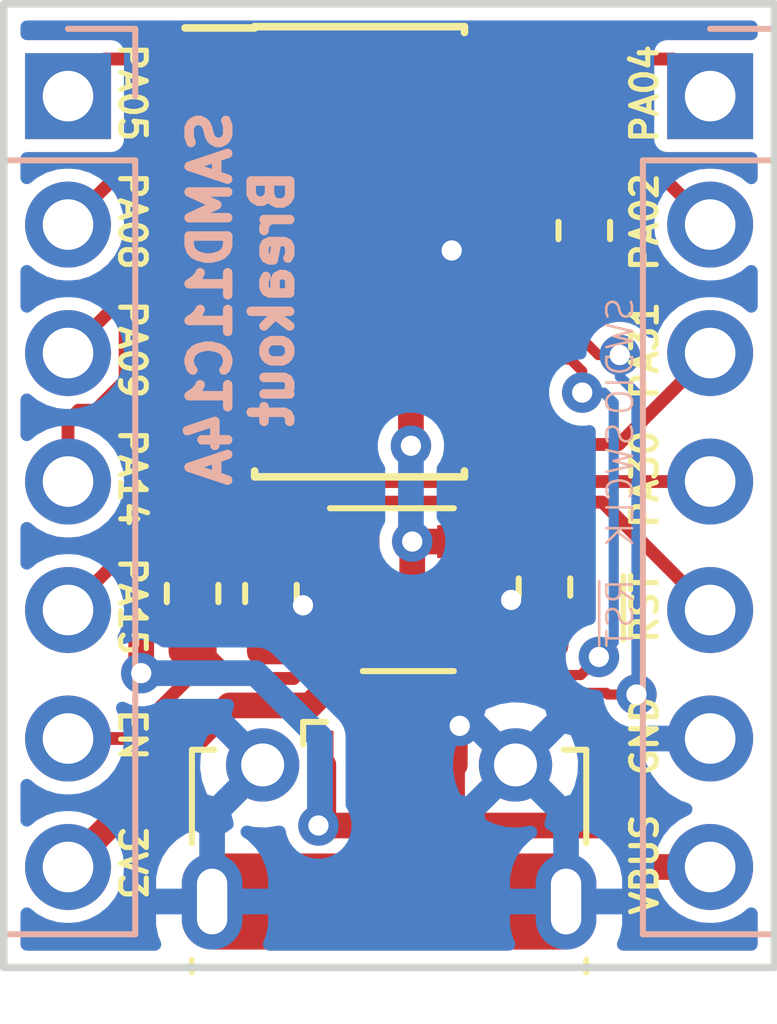
<source format=kicad_pcb>
(kicad_pcb (version 20171130) (host pcbnew 5.0.2+dfsg1-1)

  (general
    (thickness 1.6)
    (drawings 22)
    (tracks 136)
    (zones 0)
    (modules 9)
    (nets 16)
  )

  (page A4)
  (title_block
    (title "SAMD11C14A Breakout Simple")
    (date 2019-09-24)
    (rev A)
  )

  (layers
    (0 F.Cu signal)
    (31 B.Cu signal hide)
    (32 B.Adhes user hide)
    (33 F.Adhes user hide)
    (34 B.Paste user hide)
    (35 F.Paste user hide)
    (36 B.SilkS user)
    (37 F.SilkS user)
    (38 B.Mask user hide)
    (39 F.Mask user hide)
    (40 Dwgs.User user)
    (41 Cmts.User user)
    (42 Eco1.User user)
    (43 Eco2.User user)
    (44 Edge.Cuts user)
    (45 Margin user hide)
    (46 B.CrtYd user hide)
    (47 F.CrtYd user hide)
    (48 B.Fab user hide)
    (49 F.Fab user hide)
  )

  (setup
    (last_trace_width 0.254)
    (trace_clearance 0.1524)
    (zone_clearance 0.254)
    (zone_45_only no)
    (trace_min 0.1524)
    (segment_width 0.2)
    (edge_width 0.15)
    (via_size 0.8)
    (via_drill 0.4)
    (via_min_size 0.508)
    (via_min_drill 0.254)
    (uvia_size 0.3)
    (uvia_drill 0.1)
    (uvias_allowed no)
    (uvia_min_size 0.2)
    (uvia_min_drill 0.1)
    (pcb_text_width 0.3)
    (pcb_text_size 0.762 0.762)
    (mod_edge_width 0.15)
    (mod_text_size 1 1)
    (mod_text_width 0.15)
    (pad_size 1.524 1.524)
    (pad_drill 0.762)
    (pad_to_mask_clearance 0.0508)
    (solder_mask_min_width 0.1016)
    (aux_axis_origin 0 0)
    (grid_origin 121.92 57.705001)
    (visible_elements FFFFFF7F)
    (pcbplotparams
      (layerselection 0x010fc_ffffffff)
      (usegerberextensions false)
      (usegerberattributes false)
      (usegerberadvancedattributes false)
      (creategerberjobfile false)
      (excludeedgelayer true)
      (linewidth 0.100000)
      (plotframeref false)
      (viasonmask false)
      (mode 1)
      (useauxorigin false)
      (hpglpennumber 1)
      (hpglpenspeed 20)
      (hpglpendiameter 15.000000)
      (psnegative false)
      (psa4output false)
      (plotreference true)
      (plotvalue true)
      (plotinvisibletext false)
      (padsonsilk false)
      (subtractmaskfromsilk false)
      (outputformat 1)
      (mirror false)
      (drillshape 1)
      (scaleselection 1)
      (outputdirectory ""))
  )

  (net 0 "")
  (net 1 VBUS)
  (net 2 GND)
  (net 3 +3V3)
  (net 4 /PA09)
  (net 5 /PA08)
  (net 6 /PA31)
  (net 7 /PA30)
  (net 8 /PA02)
  (net 9 /PA04)
  (net 10 /PA05)
  (net 11 /PA14)
  (net 12 /PA15)
  (net 13 /EN)
  (net 14 /D-)
  (net 15 /D+)

  (net_class Default "This is the default net class."
    (clearance 0.1524)
    (trace_width 0.254)
    (via_dia 0.8)
    (via_drill 0.4)
    (uvia_dia 0.3)
    (uvia_drill 0.1)
    (add_net /D+)
    (add_net /D-)
    (add_net /EN)
    (add_net /PA02)
    (add_net /PA04)
    (add_net /PA05)
    (add_net /PA08)
    (add_net /PA09)
    (add_net /PA14)
    (add_net /PA15)
    (add_net /PA30)
    (add_net /PA31)
  )

  (net_class Power ""
    (clearance 0.1524)
    (trace_width 0.508)
    (via_dia 0.8)
    (via_drill 0.4)
    (uvia_dia 0.3)
    (uvia_drill 0.1)
    (add_net +3V3)
    (add_net GND)
    (add_net VBUS)
  )

  (module Connector_PinHeader_2.54mm:PinHeader_1x07_P2.54mm_Vertical (layer B.Cu) (tedit 5D7BD9DD) (tstamp 5D81B4B0)
    (at 121.92 57.705001 180)
    (descr "Through hole straight pin header, 1x07, 2.54mm pitch, single row")
    (tags "Through hole pin header THT 1x07 2.54mm single row")
    (path /5D755B55)
    (fp_text reference J1 (at 0 2.33 180) (layer B.SilkS) hide
      (effects (font (size 1 1) (thickness 0.15)) (justify mirror))
    )
    (fp_text value Conn_01x07_Male (at 0 -17.57 180) (layer B.Fab)
      (effects (font (size 1 1) (thickness 0.15)) (justify mirror))
    )
    (fp_text user %R (at 0 -7.62 90) (layer B.Fab)
      (effects (font (size 1 1) (thickness 0.15)) (justify mirror))
    )
    (fp_line (start 1.8 1.8) (end -1.8 1.8) (layer B.CrtYd) (width 0.05))
    (fp_line (start 1.8 -17.05) (end 1.8 1.8) (layer B.CrtYd) (width 0.05))
    (fp_line (start -1.8 -17.05) (end 1.8 -17.05) (layer B.CrtYd) (width 0.05))
    (fp_line (start -1.8 1.8) (end -1.8 -17.05) (layer B.CrtYd) (width 0.05))
    (fp_line (start -1.33 1.33) (end 0 1.33) (layer B.SilkS) (width 0.12))
    (fp_line (start -1.33 0) (end -1.33 1.33) (layer B.SilkS) (width 0.12))
    (fp_line (start -1.33 -1.27) (end 1.33 -1.27) (layer B.SilkS) (width 0.12))
    (fp_line (start 1.33 -1.27) (end 1.33 -16.57) (layer B.SilkS) (width 0.12))
    (fp_line (start -1.33 -1.27) (end -1.33 -16.57) (layer B.SilkS) (width 0.12))
    (fp_line (start -1.33 -16.57) (end 1.33 -16.57) (layer B.SilkS) (width 0.12))
    (fp_line (start -1.27 0.635) (end -0.635 1.27) (layer B.Fab) (width 0.1))
    (fp_line (start -1.27 -16.51) (end -1.27 0.635) (layer B.Fab) (width 0.1))
    (fp_line (start 1.27 -16.51) (end -1.27 -16.51) (layer B.Fab) (width 0.1))
    (fp_line (start 1.27 1.27) (end 1.27 -16.51) (layer B.Fab) (width 0.1))
    (fp_line (start -0.635 1.27) (end 1.27 1.27) (layer B.Fab) (width 0.1))
    (pad 7 thru_hole oval (at 0 -15.24 180) (size 1.7 1.7) (drill 1) (layers *.Cu *.Mask)
      (net 3 +3V3))
    (pad 6 thru_hole oval (at 0 -12.7 180) (size 1.7 1.7) (drill 1) (layers *.Cu *.Mask)
      (net 13 /EN))
    (pad 5 thru_hole oval (at 0 -10.16 180) (size 1.7 1.7) (drill 1) (layers *.Cu *.Mask)
      (net 12 /PA15))
    (pad 4 thru_hole oval (at 0 -7.62 180) (size 1.7 1.7) (drill 1) (layers *.Cu *.Mask)
      (net 11 /PA14))
    (pad 3 thru_hole oval (at 0 -5.08 180) (size 1.7 1.7) (drill 1) (layers *.Cu *.Mask)
      (net 4 /PA09))
    (pad 2 thru_hole oval (at 0 -2.54 180) (size 1.7 1.7) (drill 1) (layers *.Cu *.Mask)
      (net 5 /PA08))
    (pad 1 thru_hole rect (at 0 0 180) (size 1.7 1.7) (drill 1) (layers *.Cu *.Mask)
      (net 10 /PA05))
    (model ${KISYS3DMOD}/Connector_PinHeader_2.54mm.3dshapes/PinHeader_1x07_P2.54mm_Vertical.wrl
      (at (xyz 0 0 0))
      (scale (xyz 1 1 1))
      (rotate (xyz 0 0 0))
    )
  )

  (module Resistor_SMD:R_0603_1608Metric_Pad1.05x0.95mm_HandSolder (layer F.Cu) (tedit 5D852799) (tstamp 5D919327)
    (at 124.3838 67.5386 270)
    (descr "Resistor SMD 0603 (1608 Metric), square (rectangular) end terminal, IPC_7351 nominal with elongated pad for handsoldering. (Body size source: http://www.tortai-tech.com/upload/download/2011102023233369053.pdf), generated with kicad-footprint-generator")
    (tags "resistor handsolder")
    (path /5D7D759A)
    (attr smd)
    (fp_text reference R1 (at 0 -1.43 270) (layer F.SilkS) hide
      (effects (font (size 1 1) (thickness 0.15)))
    )
    (fp_text value 100k (at 0 1.43 270) (layer F.Fab)
      (effects (font (size 1 1) (thickness 0.15)))
    )
    (fp_line (start -0.8 0.4) (end -0.8 -0.4) (layer F.Fab) (width 0.1))
    (fp_line (start -0.8 -0.4) (end 0.8 -0.4) (layer F.Fab) (width 0.1))
    (fp_line (start 0.8 -0.4) (end 0.8 0.4) (layer F.Fab) (width 0.1))
    (fp_line (start 0.8 0.4) (end -0.8 0.4) (layer F.Fab) (width 0.1))
    (fp_line (start -0.171267 -0.51) (end 0.171267 -0.51) (layer F.SilkS) (width 0.12))
    (fp_line (start -0.171267 0.51) (end 0.171267 0.51) (layer F.SilkS) (width 0.12))
    (fp_line (start -1.65 0.73) (end -1.65 -0.73) (layer F.CrtYd) (width 0.05))
    (fp_line (start -1.65 -0.73) (end 1.65 -0.73) (layer F.CrtYd) (width 0.05))
    (fp_line (start 1.65 -0.73) (end 1.65 0.73) (layer F.CrtYd) (width 0.05))
    (fp_line (start 1.65 0.73) (end -1.65 0.73) (layer F.CrtYd) (width 0.05))
    (fp_text user %R (at 0 0 270) (layer F.Fab)
      (effects (font (size 0.4 0.4) (thickness 0.06)))
    )
    (pad 1 smd roundrect (at -0.875 0 270) (size 1.05 0.95) (layers F.Cu F.Paste F.Mask) (roundrect_rratio 0.25)
      (net 1 VBUS))
    (pad 2 smd roundrect (at 0.875 0 270) (size 1.05 0.95) (layers F.Cu F.Paste F.Mask) (roundrect_rratio 0.25)
      (net 13 /EN))
    (model ${KISYS3DMOD}/Resistor_SMD.3dshapes/R_0603_1608Metric.wrl
      (at (xyz 0 0 0))
      (scale (xyz 1 1 1))
      (rotate (xyz 0 0 0))
    )
  )

  (module Capacitor_SMD:C_0603_1608Metric_Pad1.05x0.95mm_HandSolder (layer F.Cu) (tedit 5D852813) (tstamp 5D919307)
    (at 132.1308 60.3618 270)
    (descr "Capacitor SMD 0603 (1608 Metric), square (rectangular) end terminal, IPC_7351 nominal with elongated pad for handsoldering. (Body size source: http://www.tortai-tech.com/upload/download/2011102023233369053.pdf), generated with kicad-footprint-generator")
    (tags "capacitor handsolder")
    (path /5D7550FB)
    (attr smd)
    (fp_text reference C2 (at 0 -1.43 270) (layer F.SilkS) hide
      (effects (font (size 1 1) (thickness 0.15)))
    )
    (fp_text value 10uF (at 0 1.43 270) (layer F.Fab)
      (effects (font (size 1 1) (thickness 0.15)))
    )
    (fp_text user %R (at 0 0 270) (layer F.Fab)
      (effects (font (size 0.4 0.4) (thickness 0.06)))
    )
    (fp_line (start 1.65 0.73) (end -1.65 0.73) (layer F.CrtYd) (width 0.05))
    (fp_line (start 1.65 -0.73) (end 1.65 0.73) (layer F.CrtYd) (width 0.05))
    (fp_line (start -1.65 -0.73) (end 1.65 -0.73) (layer F.CrtYd) (width 0.05))
    (fp_line (start -1.65 0.73) (end -1.65 -0.73) (layer F.CrtYd) (width 0.05))
    (fp_line (start -0.171267 0.51) (end 0.171267 0.51) (layer F.SilkS) (width 0.12))
    (fp_line (start -0.171267 -0.51) (end 0.171267 -0.51) (layer F.SilkS) (width 0.12))
    (fp_line (start 0.8 0.4) (end -0.8 0.4) (layer F.Fab) (width 0.1))
    (fp_line (start 0.8 -0.4) (end 0.8 0.4) (layer F.Fab) (width 0.1))
    (fp_line (start -0.8 -0.4) (end 0.8 -0.4) (layer F.Fab) (width 0.1))
    (fp_line (start -0.8 0.4) (end -0.8 -0.4) (layer F.Fab) (width 0.1))
    (pad 2 smd roundrect (at 0.875 0 270) (size 1.05 0.95) (layers F.Cu F.Paste F.Mask) (roundrect_rratio 0.25)
      (net 2 GND))
    (pad 1 smd roundrect (at -0.875 0 270) (size 1.05 0.95) (layers F.Cu F.Paste F.Mask) (roundrect_rratio 0.25)
      (net 3 +3V3))
    (model ${KISYS3DMOD}/Capacitor_SMD.3dshapes/C_0603_1608Metric.wrl
      (at (xyz 0 0 0))
      (scale (xyz 1 1 1))
      (rotate (xyz 0 0 0))
    )
  )

  (module Capacitor_SMD:C_0603_1608Metric_Pad1.05x0.95mm_HandSolder (layer F.Cu) (tedit 5D85278A) (tstamp 5D9192F7)
    (at 125.9332 67.5386 270)
    (descr "Capacitor SMD 0603 (1608 Metric), square (rectangular) end terminal, IPC_7351 nominal with elongated pad for handsoldering. (Body size source: http://www.tortai-tech.com/upload/download/2011102023233369053.pdf), generated with kicad-footprint-generator")
    (tags "capacitor handsolder")
    (path /5D754F91)
    (attr smd)
    (fp_text reference C1 (at 0 -1.43 270) (layer F.SilkS) hide
      (effects (font (size 1 1) (thickness 0.15)))
    )
    (fp_text value 10uF (at 0 1.43 270) (layer F.Fab)
      (effects (font (size 1 1) (thickness 0.15)))
    )
    (fp_line (start -0.8 0.4) (end -0.8 -0.4) (layer F.Fab) (width 0.1))
    (fp_line (start -0.8 -0.4) (end 0.8 -0.4) (layer F.Fab) (width 0.1))
    (fp_line (start 0.8 -0.4) (end 0.8 0.4) (layer F.Fab) (width 0.1))
    (fp_line (start 0.8 0.4) (end -0.8 0.4) (layer F.Fab) (width 0.1))
    (fp_line (start -0.171267 -0.51) (end 0.171267 -0.51) (layer F.SilkS) (width 0.12))
    (fp_line (start -0.171267 0.51) (end 0.171267 0.51) (layer F.SilkS) (width 0.12))
    (fp_line (start -1.65 0.73) (end -1.65 -0.73) (layer F.CrtYd) (width 0.05))
    (fp_line (start -1.65 -0.73) (end 1.65 -0.73) (layer F.CrtYd) (width 0.05))
    (fp_line (start 1.65 -0.73) (end 1.65 0.73) (layer F.CrtYd) (width 0.05))
    (fp_line (start 1.65 0.73) (end -1.65 0.73) (layer F.CrtYd) (width 0.05))
    (fp_text user %R (at 0 0 270) (layer F.Fab)
      (effects (font (size 0.4 0.4) (thickness 0.06)))
    )
    (pad 1 smd roundrect (at -0.875 0 270) (size 1.05 0.95) (layers F.Cu F.Paste F.Mask) (roundrect_rratio 0.25)
      (net 1 VBUS))
    (pad 2 smd roundrect (at 0.875 0 270) (size 1.05 0.95) (layers F.Cu F.Paste F.Mask) (roundrect_rratio 0.25)
      (net 2 GND))
    (model ${KISYS3DMOD}/Capacitor_SMD.3dshapes/C_0603_1608Metric.wrl
      (at (xyz 0 0 0))
      (scale (xyz 1 1 1))
      (rotate (xyz 0 0 0))
    )
  )

  (module Package_SO:SOIC-14_3.9x8.7mm_P1.27mm (layer F.Cu) (tedit 5D7D0405) (tstamp 5D8820A6)
    (at 127.6858 60.7822)
    (descr "14-Lead Plastic Small Outline (SL) - Narrow, 3.90 mm Body [SOIC] (see Microchip Packaging Specification 00000049BS.pdf)")
    (tags "SOIC 1.27")
    (path /5D754C38)
    (attr smd)
    (fp_text reference U2 (at -3.9878 -4.2926 90) (layer F.SilkS) hide
      (effects (font (size 0.508 0.508) (thickness 0.1016)))
    )
    (fp_text value ATSAMD11C14A-SS (at 0 5.375) (layer F.Fab)
      (effects (font (size 1 1) (thickness 0.15)))
    )
    (fp_text user %R (at 0 0) (layer F.Fab)
      (effects (font (size 0.9 0.9) (thickness 0.135)))
    )
    (fp_line (start -0.95 -4.35) (end 1.95 -4.35) (layer F.Fab) (width 0.15))
    (fp_line (start 1.95 -4.35) (end 1.95 4.35) (layer F.Fab) (width 0.15))
    (fp_line (start 1.95 4.35) (end -1.95 4.35) (layer F.Fab) (width 0.15))
    (fp_line (start -1.95 4.35) (end -1.95 -3.35) (layer F.Fab) (width 0.15))
    (fp_line (start -1.95 -3.35) (end -0.95 -4.35) (layer F.Fab) (width 0.15))
    (fp_line (start -3.7 -4.65) (end -3.7 4.65) (layer F.CrtYd) (width 0.05))
    (fp_line (start 3.7 -4.65) (end 3.7 4.65) (layer F.CrtYd) (width 0.05))
    (fp_line (start -3.7 -4.65) (end 3.7 -4.65) (layer F.CrtYd) (width 0.05))
    (fp_line (start -3.7 4.65) (end 3.7 4.65) (layer F.CrtYd) (width 0.05))
    (fp_line (start -2.075 -4.45) (end -2.075 -4.425) (layer F.SilkS) (width 0.15))
    (fp_line (start 2.075 -4.45) (end 2.075 -4.335) (layer F.SilkS) (width 0.15))
    (fp_line (start 2.075 4.45) (end 2.075 4.335) (layer F.SilkS) (width 0.15))
    (fp_line (start -2.075 4.45) (end -2.075 4.335) (layer F.SilkS) (width 0.15))
    (fp_line (start -2.075 -4.45) (end 2.075 -4.45) (layer F.SilkS) (width 0.15))
    (fp_line (start -2.075 4.45) (end 2.075 4.45) (layer F.SilkS) (width 0.15))
    (fp_line (start -2.075 -4.425) (end -3.45 -4.425) (layer F.SilkS) (width 0.15))
    (pad 1 smd rect (at -2.7 -3.81) (size 1.5 0.6) (layers F.Cu F.Paste F.Mask)
      (net 10 /PA05))
    (pad 2 smd rect (at -2.7 -2.54) (size 1.5 0.6) (layers F.Cu F.Paste F.Mask)
      (net 5 /PA08))
    (pad 3 smd rect (at -2.7 -1.27) (size 1.5 0.6) (layers F.Cu F.Paste F.Mask)
      (net 4 /PA09))
    (pad 4 smd rect (at -2.7 0) (size 1.5 0.6) (layers F.Cu F.Paste F.Mask)
      (net 11 /PA14))
    (pad 5 smd rect (at -2.7 1.27) (size 1.5 0.6) (layers F.Cu F.Paste F.Mask)
      (net 12 /PA15))
    (pad 6 smd rect (at -2.7 2.54) (size 1.5 0.6) (layers F.Cu F.Paste F.Mask))
    (pad 7 smd rect (at -2.7 3.81) (size 1.5 0.6) (layers F.Cu F.Paste F.Mask)
      (net 7 /PA30))
    (pad 8 smd rect (at 2.7 3.81) (size 1.5 0.6) (layers F.Cu F.Paste F.Mask)
      (net 6 /PA31))
    (pad 9 smd rect (at 2.7 2.54) (size 1.5 0.6) (layers F.Cu F.Paste F.Mask)
      (net 14 /D-))
    (pad 10 smd rect (at 2.7 1.27) (size 1.5 0.6) (layers F.Cu F.Paste F.Mask)
      (net 15 /D+))
    (pad 11 smd rect (at 2.7 0) (size 1.5 0.6) (layers F.Cu F.Paste F.Mask)
      (net 2 GND))
    (pad 12 smd rect (at 2.7 -1.27) (size 1.5 0.6) (layers F.Cu F.Paste F.Mask)
      (net 3 +3V3))
    (pad 13 smd rect (at 2.7 -2.54) (size 1.5 0.6) (layers F.Cu F.Paste F.Mask)
      (net 8 /PA02))
    (pad 14 smd rect (at 2.7 -3.81) (size 1.5 0.6) (layers F.Cu F.Paste F.Mask)
      (net 9 /PA04))
    (model ${KISYS3DMOD}/Package_SO.3dshapes/SOIC-14_3.9x8.7mm_P1.27mm.wrl
      (at (xyz 0 0 0))
      (scale (xyz 1 1 1))
      (rotate (xyz 0 0 0))
    )
  )

  (module Package_TO_SOT_SMD:SOT-23-5 (layer F.Cu) (tedit 5D7D040E) (tstamp 5D81B509)
    (at 128.651 67.4624)
    (descr "5-pin SOT23 package")
    (tags SOT-23-5)
    (path /5D754DB2)
    (attr smd)
    (fp_text reference U1 (at -2.2606 1.27 90) (layer F.SilkS) hide
      (effects (font (size 0.508 0.508) (thickness 0.1016)))
    )
    (fp_text value AP2127K-3.3 (at 0 2.9) (layer F.Fab)
      (effects (font (size 1 1) (thickness 0.15)))
    )
    (fp_line (start 0.9 -1.55) (end 0.9 1.55) (layer F.Fab) (width 0.1))
    (fp_line (start 0.9 1.55) (end -0.9 1.55) (layer F.Fab) (width 0.1))
    (fp_line (start -0.9 -0.9) (end -0.9 1.55) (layer F.Fab) (width 0.1))
    (fp_line (start 0.9 -1.55) (end -0.25 -1.55) (layer F.Fab) (width 0.1))
    (fp_line (start -0.9 -0.9) (end -0.25 -1.55) (layer F.Fab) (width 0.1))
    (fp_line (start -1.9 1.8) (end -1.9 -1.8) (layer F.CrtYd) (width 0.05))
    (fp_line (start 1.9 1.8) (end -1.9 1.8) (layer F.CrtYd) (width 0.05))
    (fp_line (start 1.9 -1.8) (end 1.9 1.8) (layer F.CrtYd) (width 0.05))
    (fp_line (start -1.9 -1.8) (end 1.9 -1.8) (layer F.CrtYd) (width 0.05))
    (fp_line (start 0.9 -1.61) (end -1.55 -1.61) (layer F.SilkS) (width 0.12))
    (fp_line (start -0.9 1.61) (end 0.9 1.61) (layer F.SilkS) (width 0.12))
    (fp_text user %R (at 0 0 90) (layer F.Fab)
      (effects (font (size 0.5 0.5) (thickness 0.075)))
    )
    (pad 5 smd rect (at 1.1 -0.95) (size 1.06 0.65) (layers F.Cu F.Paste F.Mask)
      (net 3 +3V3))
    (pad 4 smd rect (at 1.1 0.95) (size 1.06 0.65) (layers F.Cu F.Paste F.Mask))
    (pad 3 smd rect (at -1.1 0.95) (size 1.06 0.65) (layers F.Cu F.Paste F.Mask)
      (net 13 /EN))
    (pad 2 smd rect (at -1.1 0) (size 1.06 0.65) (layers F.Cu F.Paste F.Mask)
      (net 2 GND))
    (pad 1 smd rect (at -1.1 -0.95) (size 1.06 0.65) (layers F.Cu F.Paste F.Mask)
      (net 1 VBUS))
    (model ${KISYS3DMOD}/Package_TO_SOT_SMD.3dshapes/SOT-23-5.wrl
      (at (xyz 0 0 0))
      (scale (xyz 1 1 1))
      (rotate (xyz 0 0 0))
    )
  )

  (module Connector_USB:USB_Micro-B_Molex-105017-0001 (layer F.Cu) (tedit 5D7BD9F8) (tstamp 5D81B4F4)
    (at 128.27 72.39)
    (descr http://www.molex.com/pdm_docs/sd/1050170001_sd.pdf)
    (tags "Micro-USB SMD Typ-B")
    (path /5D754819)
    (attr smd)
    (fp_text reference J3 (at 0 -3.1125) (layer F.SilkS) hide
      (effects (font (size 1 1) (thickness 0.15)))
    )
    (fp_text value USB_B_Micro (at 0.3 4.3375) (layer F.Fab)
      (effects (font (size 1 1) (thickness 0.15)))
    )
    (fp_text user "PCB Edge" (at 0 2.6875) (layer Dwgs.User)
      (effects (font (size 0.5 0.5) (thickness 0.08)))
    )
    (fp_text user %R (at 0 0.8875) (layer F.Fab)
      (effects (font (size 1 1) (thickness 0.15)))
    )
    (fp_line (start -4.4 3.64) (end 4.4 3.64) (layer F.CrtYd) (width 0.05))
    (fp_line (start 4.4 -2.46) (end 4.4 3.64) (layer F.CrtYd) (width 0.05))
    (fp_line (start -4.4 -2.46) (end 4.4 -2.46) (layer F.CrtYd) (width 0.05))
    (fp_line (start -4.4 3.64) (end -4.4 -2.46) (layer F.CrtYd) (width 0.05))
    (fp_line (start -3.9 -1.7625) (end -3.45 -1.7625) (layer F.SilkS) (width 0.12))
    (fp_line (start -3.9 0.0875) (end -3.9 -1.7625) (layer F.SilkS) (width 0.12))
    (fp_line (start 3.9 2.6375) (end 3.9 2.3875) (layer F.SilkS) (width 0.12))
    (fp_line (start 3.75 3.3875) (end 3.75 -1.6125) (layer F.Fab) (width 0.1))
    (fp_line (start -3 2.689204) (end 3 2.689204) (layer F.Fab) (width 0.1))
    (fp_line (start -3.75 3.389204) (end 3.75 3.389204) (layer F.Fab) (width 0.1))
    (fp_line (start -3.75 -1.6125) (end 3.75 -1.6125) (layer F.Fab) (width 0.1))
    (fp_line (start -3.75 3.3875) (end -3.75 -1.6125) (layer F.Fab) (width 0.1))
    (fp_line (start -3.9 2.6375) (end -3.9 2.3875) (layer F.SilkS) (width 0.12))
    (fp_line (start 3.9 0.0875) (end 3.9 -1.7625) (layer F.SilkS) (width 0.12))
    (fp_line (start 3.9 -1.7625) (end 3.45 -1.7625) (layer F.SilkS) (width 0.12))
    (fp_line (start -1.7 -2.3125) (end -1.25 -2.3125) (layer F.SilkS) (width 0.12))
    (fp_line (start -1.7 -2.3125) (end -1.7 -1.8625) (layer F.SilkS) (width 0.12))
    (fp_line (start -1.3 -1.7125) (end -1.5 -1.9125) (layer F.Fab) (width 0.1))
    (fp_line (start -1.1 -1.9125) (end -1.3 -1.7125) (layer F.Fab) (width 0.1))
    (fp_line (start -1.5 -2.1225) (end -1.1 -2.1225) (layer F.Fab) (width 0.1))
    (fp_line (start -1.5 -2.1225) (end -1.5 -1.9125) (layer F.Fab) (width 0.1))
    (fp_line (start -1.1 -2.1225) (end -1.1 -1.9125) (layer F.Fab) (width 0.1))
    (pad 6 smd rect (at 1 1.2375) (size 1.5 1.9) (layers F.Cu F.Paste F.Mask)
      (net 2 GND))
    (pad 6 thru_hole circle (at -2.5 -1.4625) (size 1.45 1.45) (drill 0.85) (layers *.Cu *.Mask)
      (net 2 GND))
    (pad 2 smd rect (at -0.65 -1.4625) (size 0.4 1.35) (layers F.Cu F.Paste F.Mask)
      (net 14 /D-))
    (pad 1 smd rect (at -1.3 -1.4625) (size 0.4 1.35) (layers F.Cu F.Paste F.Mask)
      (net 1 VBUS))
    (pad 5 smd rect (at 1.3 -1.4625) (size 0.4 1.35) (layers F.Cu F.Paste F.Mask)
      (net 2 GND))
    (pad 4 smd rect (at 0.65 -1.4625) (size 0.4 1.35) (layers F.Cu F.Paste F.Mask))
    (pad 3 smd rect (at 0 -1.4625) (size 0.4 1.35) (layers F.Cu F.Paste F.Mask)
      (net 15 /D+))
    (pad 6 thru_hole circle (at 2.5 -1.4625) (size 1.45 1.45) (drill 0.85) (layers *.Cu *.Mask)
      (net 2 GND))
    (pad 6 smd rect (at -1 1.2375) (size 1.5 1.9) (layers F.Cu F.Paste F.Mask)
      (net 2 GND))
    (pad 6 thru_hole oval (at -3.5 1.2375 180) (size 1.2 1.9) (drill oval 0.6 1.3) (layers *.Cu *.Mask)
      (net 2 GND))
    (pad 6 thru_hole oval (at 3.5 1.2375) (size 1.2 1.9) (drill oval 0.6 1.3) (layers *.Cu *.Mask)
      (net 2 GND))
    (pad 6 smd rect (at 2.9 1.2375) (size 1.2 1.9) (layers F.Cu F.Mask)
      (net 2 GND))
    (pad 6 smd rect (at -2.9 1.2375) (size 1.2 1.9) (layers F.Cu F.Mask)
      (net 2 GND))
    (model ${KISYS3DMOD}/Connector_USB.3dshapes/USB_Micro-B_Molex-105017-0001.wrl
      (at (xyz 0 0 0))
      (scale (xyz 1 1 1))
      (rotate (xyz 0 0 0))
    )
    (model ${KISYS3DMOD}/Connector_USB.3dshapes/USB_Micro-B_Molex_47346-0001.step
      (at (xyz 0 0 0))
      (scale (xyz 1 1 1))
      (rotate (xyz 0 0 0))
    )
  )

  (module Connector_PinHeader_2.54mm:PinHeader_1x07_P2.54mm_Vertical (layer B.Cu) (tedit 5D7BD9E5) (tstamp 5D81B4CB)
    (at 134.62 57.705001 180)
    (descr "Through hole straight pin header, 1x07, 2.54mm pitch, single row")
    (tags "Through hole pin header THT 1x07 2.54mm single row")
    (path /5D755AFF)
    (fp_text reference J2 (at 0 2.33 180) (layer B.SilkS) hide
      (effects (font (size 1 1) (thickness 0.15)) (justify mirror))
    )
    (fp_text value Conn_01x07_Male (at 0 -17.57 180) (layer B.Fab)
      (effects (font (size 1 1) (thickness 0.15)) (justify mirror))
    )
    (fp_line (start -0.635 1.27) (end 1.27 1.27) (layer B.Fab) (width 0.1))
    (fp_line (start 1.27 1.27) (end 1.27 -16.51) (layer B.Fab) (width 0.1))
    (fp_line (start 1.27 -16.51) (end -1.27 -16.51) (layer B.Fab) (width 0.1))
    (fp_line (start -1.27 -16.51) (end -1.27 0.635) (layer B.Fab) (width 0.1))
    (fp_line (start -1.27 0.635) (end -0.635 1.27) (layer B.Fab) (width 0.1))
    (fp_line (start -1.33 -16.57) (end 1.33 -16.57) (layer B.SilkS) (width 0.12))
    (fp_line (start -1.33 -1.27) (end -1.33 -16.57) (layer B.SilkS) (width 0.12))
    (fp_line (start 1.33 -1.27) (end 1.33 -16.57) (layer B.SilkS) (width 0.12))
    (fp_line (start -1.33 -1.27) (end 1.33 -1.27) (layer B.SilkS) (width 0.12))
    (fp_line (start -1.33 0) (end -1.33 1.33) (layer B.SilkS) (width 0.12))
    (fp_line (start -1.33 1.33) (end 0 1.33) (layer B.SilkS) (width 0.12))
    (fp_line (start -1.8 1.8) (end -1.8 -17.05) (layer B.CrtYd) (width 0.05))
    (fp_line (start -1.8 -17.05) (end 1.8 -17.05) (layer B.CrtYd) (width 0.05))
    (fp_line (start 1.8 -17.05) (end 1.8 1.8) (layer B.CrtYd) (width 0.05))
    (fp_line (start 1.8 1.8) (end -1.8 1.8) (layer B.CrtYd) (width 0.05))
    (fp_text user %R (at 0 -7.62 90) (layer B.Fab)
      (effects (font (size 1 1) (thickness 0.15)) (justify mirror))
    )
    (pad 1 thru_hole rect (at 0 0 180) (size 1.7 1.7) (drill 1) (layers *.Cu *.Mask)
      (net 9 /PA04))
    (pad 2 thru_hole oval (at 0 -2.54 180) (size 1.7 1.7) (drill 1) (layers *.Cu *.Mask)
      (net 8 /PA02))
    (pad 3 thru_hole oval (at 0 -5.08 180) (size 1.7 1.7) (drill 1) (layers *.Cu *.Mask)
      (net 6 /PA31))
    (pad 4 thru_hole oval (at 0 -7.62 180) (size 1.7 1.7) (drill 1) (layers *.Cu *.Mask)
      (net 7 /PA30))
    (pad 5 thru_hole oval (at 0 -10.16 180) (size 1.7 1.7) (drill 1) (layers *.Cu *.Mask))
    (pad 6 thru_hole oval (at 0 -12.7 180) (size 1.7 1.7) (drill 1) (layers *.Cu *.Mask)
      (net 2 GND))
    (pad 7 thru_hole oval (at 0 -15.24 180) (size 1.7 1.7) (drill 1) (layers *.Cu *.Mask)
      (net 1 VBUS))
    (model ${KISYS3DMOD}/Connector_PinHeader_2.54mm.3dshapes/PinHeader_1x07_P2.54mm_Vertical.wrl
      (at (xyz 0 0 0))
      (scale (xyz 1 1 1))
      (rotate (xyz 0 0 0))
    )
  )

  (module Capacitor_SMD:C_0603_1608Metric_Pad1.05x0.95mm_HandSolder (layer F.Cu) (tedit 5D8527A2) (tstamp 5D919317)
    (at 131.3434 67.4116 270)
    (descr "Capacitor SMD 0603 (1608 Metric), square (rectangular) end terminal, IPC_7351 nominal with elongated pad for handsoldering. (Body size source: http://www.tortai-tech.com/upload/download/2011102023233369053.pdf), generated with kicad-footprint-generator")
    (tags "capacitor handsolder")
    (path /5D7636E0)
    (attr smd)
    (fp_text reference C3 (at 0 -1.43 270) (layer F.SilkS) hide
      (effects (font (size 1 1) (thickness 0.15)))
    )
    (fp_text value 100nF (at 0 1.43 270) (layer F.Fab)
      (effects (font (size 1 1) (thickness 0.15)))
    )
    (fp_line (start -0.8 0.4) (end -0.8 -0.4) (layer F.Fab) (width 0.1))
    (fp_line (start -0.8 -0.4) (end 0.8 -0.4) (layer F.Fab) (width 0.1))
    (fp_line (start 0.8 -0.4) (end 0.8 0.4) (layer F.Fab) (width 0.1))
    (fp_line (start 0.8 0.4) (end -0.8 0.4) (layer F.Fab) (width 0.1))
    (fp_line (start -0.171267 -0.51) (end 0.171267 -0.51) (layer F.SilkS) (width 0.12))
    (fp_line (start -0.171267 0.51) (end 0.171267 0.51) (layer F.SilkS) (width 0.12))
    (fp_line (start -1.65 0.73) (end -1.65 -0.73) (layer F.CrtYd) (width 0.05))
    (fp_line (start -1.65 -0.73) (end 1.65 -0.73) (layer F.CrtYd) (width 0.05))
    (fp_line (start 1.65 -0.73) (end 1.65 0.73) (layer F.CrtYd) (width 0.05))
    (fp_line (start 1.65 0.73) (end -1.65 0.73) (layer F.CrtYd) (width 0.05))
    (fp_text user %R (at 0 0 270) (layer F.Fab)
      (effects (font (size 0.4 0.4) (thickness 0.06)))
    )
    (pad 1 smd roundrect (at -0.875 0 270) (size 1.05 0.95) (layers F.Cu F.Paste F.Mask) (roundrect_rratio 0.25)
      (net 3 +3V3))
    (pad 2 smd roundrect (at 0.875 0 270) (size 1.05 0.95) (layers F.Cu F.Paste F.Mask) (roundrect_rratio 0.25)
      (net 2 GND))
    (model ${KISYS3DMOD}/Capacitor_SMD.3dshapes/C_0603_1608Metric.wrl
      (at (xyz 0 0 0))
      (scale (xyz 1 1 1))
      (rotate (xyz 0 0 0))
    )
  )

  (gr_text SWDIO (at 132.842 62.848501 90) (layer B.SilkS) (tstamp 5DA10EA5)
    (effects (font (size 0.508 0.508) (thickness 0.0508)) (justify mirror))
  )
  (gr_text SWCLK (at 132.842 65.388501 90) (layer B.SilkS) (tstamp 5DA10EA4)
    (effects (font (size 0.508 0.508) (thickness 0.0508)) (justify mirror))
  )
  (gr_text ~RST (at 132.842 67.928501 90) (layer B.SilkS)
    (effects (font (size 0.508 0.508) (thickness 0.0508)) (justify mirror))
  )
  (gr_text "SAMD11C14A\nBreakout" (at 125.349 61.705501 90) (layer B.SilkS)
    (effects (font (size 0.762 0.762) (thickness 0.18796)) (justify mirror))
  )
  (gr_line (start 120.65 74.93) (end 120.65 55.88) (layer Edge.Cuts) (width 0.15))
  (gr_line (start 135.89 74.93) (end 120.65 74.93) (layer Edge.Cuts) (width 0.15))
  (gr_text VBUS (at 133.3246 72.898 90) (layer F.SilkS) (tstamp 5D897079)
    (effects (font (size 0.508 0.508) (thickness 0.1016)))
  )
  (gr_line (start 120.65 55.88) (end 135.89 55.88) (layer Edge.Cuts) (width 0.15))
  (gr_line (start 135.89 55.88) (end 135.89 74.93) (layer Edge.Cuts) (width 0.15))
  (gr_text PA09 (at 123.19 62.7126 270) (layer F.SilkS) (tstamp 5D89705D)
    (effects (font (size 0.508 0.508) (thickness 0.1016)))
  )
  (gr_text PA08 (at 123.19 60.1726 270) (layer F.SilkS) (tstamp 5D89705C)
    (effects (font (size 0.508 0.508) (thickness 0.1016)))
  )
  (gr_text PA05 (at 123.19 57.6326 270) (layer F.SilkS)
    (effects (font (size 0.508 0.508) (thickness 0.1016)))
  )
  (gr_text PA14 (at 123.19 65.2526 270) (layer F.SilkS) (tstamp 5D89705E)
    (effects (font (size 0.508 0.508) (thickness 0.1016)))
  )
  (gr_text GND (at 133.3246 70.358 90) (layer F.SilkS) (tstamp 5D897078)
    (effects (font (size 0.508 0.508) (thickness 0.1016)))
  )
  (gr_text ~RST (at 133.3246 67.818 90) (layer F.SilkS) (tstamp 5D897077)
    (effects (font (size 0.508 0.508) (thickness 0.1016)))
  )
  (gr_text PA30 (at 133.3246 65.278 90) (layer F.SilkS) (tstamp 5D897076)
    (effects (font (size 0.508 0.508) (thickness 0.1016)))
  )
  (gr_text PA31 (at 133.3246 62.738 90) (layer F.SilkS) (tstamp 5D897075)
    (effects (font (size 0.508 0.508) (thickness 0.1016)))
  )
  (gr_text PA02 (at 133.3246 60.198 90) (layer F.SilkS) (tstamp 5D897074)
    (effects (font (size 0.508 0.508) (thickness 0.1016)))
  )
  (gr_text PA04 (at 133.3246 57.658 90) (layer F.SilkS) (tstamp 5D89706F)
    (effects (font (size 0.508 0.508) (thickness 0.1016)))
  )
  (gr_text 3V3 (at 123.19 72.8726 270) (layer F.SilkS) (tstamp 5D897061)
    (effects (font (size 0.508 0.508) (thickness 0.1016)))
  )
  (gr_text EN (at 123.19 70.3326 270) (layer F.SilkS) (tstamp 5D897060)
    (effects (font (size 0.508 0.508) (thickness 0.1016)))
  )
  (gr_text PA15 (at 123.19 67.7926 270) (layer F.SilkS) (tstamp 5D89705F)
    (effects (font (size 0.508 0.508) (thickness 0.1016)))
  )

  (segment (start 133.770001 67.015002) (end 134.62 67.865001) (width 0.254) (layer F.Cu) (net 0) (status 30))
  (segment (start 132.487189 65.73219) (end 133.770001 67.015002) (width 0.254) (layer F.Cu) (net 0) (status 20))
  (segment (start 124.572868 65.73219) (end 132.487189 65.73219) (width 0.254) (layer F.Cu) (net 0))
  (segment (start 123.956399 65.115721) (end 124.572868 65.73219) (width 0.254) (layer F.Cu) (net 0))
  (segment (start 123.956399 63.901601) (end 123.956399 65.115721) (width 0.254) (layer F.Cu) (net 0))
  (segment (start 124.5358 63.3222) (end 123.956399 63.901601) (width 0.254) (layer F.Cu) (net 0) (status 10))
  (segment (start 124.9858 63.3222) (end 124.5358 63.3222) (width 0.254) (layer F.Cu) (net 0) (status 30))
  (segment (start 126.0844 66.5124) (end 125.9332 66.6636) (width 0.508) (layer F.Cu) (net 1) (status 30))
  (segment (start 127.551 66.5124) (end 126.0844 66.5124) (width 0.508) (layer F.Cu) (net 1) (status 30))
  (segment (start 125.9332 66.6636) (end 124.3838 66.6636) (width 0.508) (layer F.Cu) (net 1) (status 30))
  (segment (start 123.3678 67.6796) (end 123.3678 69.1134) (width 0.508) (layer F.Cu) (net 1))
  (segment (start 124.3838 66.6636) (end 123.3678 67.6796) (width 0.508) (layer F.Cu) (net 1) (status 10))
  (via (at 123.3678 69.1134) (size 0.8) (drill 0.4) (layers F.Cu B.Cu) (net 1))
  (segment (start 126.901401 72.096697) (end 126.873 72.125098) (width 0.508) (layer B.Cu) (net 1))
  (segment (start 126.901401 70.384427) (end 126.901401 72.096697) (width 0.508) (layer B.Cu) (net 1))
  (segment (start 123.3678 69.1134) (end 125.630374 69.1134) (width 0.508) (layer B.Cu) (net 1))
  (via (at 126.873 72.125098) (size 0.8) (drill 0.4) (layers F.Cu B.Cu) (net 1))
  (segment (start 125.630374 69.1134) (end 126.901401 70.384427) (width 0.508) (layer B.Cu) (net 1))
  (segment (start 126.97 72.028098) (end 126.97 70.9275) (width 0.508) (layer F.Cu) (net 1) (status 20))
  (segment (start 126.873 72.125098) (end 126.97 72.028098) (width 0.508) (layer F.Cu) (net 1))
  (segment (start 132.598016 72.125098) (end 126.873 72.125098) (width 0.508) (layer F.Cu) (net 1))
  (segment (start 133.417919 72.945001) (end 132.598016 72.125098) (width 0.508) (layer F.Cu) (net 1))
  (segment (start 134.62 72.945001) (end 133.417919 72.945001) (width 0.508) (layer F.Cu) (net 1) (status 10))
  (via (at 129.50821 60.7568) (size 0.8) (drill 0.4) (layers F.Cu B.Cu) (net 2))
  (segment (start 130.3858 60.7822) (end 130.3604 60.7568) (width 0.508) (layer F.Cu) (net 2) (status 30))
  (segment (start 130.073895 60.7568) (end 129.50821 60.7568) (width 0.508) (layer F.Cu) (net 2) (status 10))
  (segment (start 130.3604 60.7568) (end 130.073895 60.7568) (width 0.508) (layer F.Cu) (net 2) (status 30))
  (segment (start 129.57 70.2518) (end 129.667 70.1548) (width 0.508) (layer F.Cu) (net 2))
  (via (at 129.667 70.1548) (size 0.8) (drill 0.4) (layers F.Cu B.Cu) (net 2))
  (segment (start 129.57 70.9275) (end 129.57 70.2518) (width 0.508) (layer F.Cu) (net 2) (status 10))
  (segment (start 130.8404 61.2368) (end 130.3858 60.7822) (width 0.508) (layer F.Cu) (net 2) (status 20))
  (segment (start 132.1308 61.2368) (end 130.8404 61.2368) (width 0.508) (layer F.Cu) (net 2) (status 10))
  (via (at 130.683 67.6656) (size 0.8) (drill 0.4) (layers F.Cu B.Cu) (net 2))
  (segment (start 131.3434 68.2866) (end 131.304 68.2866) (width 0.508) (layer F.Cu) (net 2) (status 30))
  (segment (start 131.304 68.2866) (end 130.683 67.6656) (width 0.508) (layer F.Cu) (net 2) (status 10))
  (via (at 126.567341 67.772215) (size 0.8) (drill 0.4) (layers F.Cu B.Cu) (net 2))
  (segment (start 125.9332 68.4136) (end 125.9332 68.406356) (width 0.508) (layer F.Cu) (net 2) (status 30))
  (segment (start 125.9332 68.406356) (end 126.567341 67.772215) (width 0.508) (layer F.Cu) (net 2) (status 10))
  (segment (start 126.877156 67.4624) (end 126.567341 67.772215) (width 0.508) (layer F.Cu) (net 2))
  (segment (start 127.551 67.4624) (end 126.877156 67.4624) (width 0.508) (layer F.Cu) (net 2) (status 10))
  (segment (start 125.37 73.6275) (end 127.27 73.6275) (width 0.508) (layer F.Cu) (net 2) (status 30))
  (segment (start 127.27 73.6275) (end 129.27 73.6275) (width 0.508) (layer F.Cu) (net 2) (status 30))
  (segment (start 129.27 73.6275) (end 131.17 73.6275) (width 0.508) (layer F.Cu) (net 2) (status 30))
  (segment (start 131.243 66.5124) (end 131.2672 66.5366) (width 0.508) (layer F.Cu) (net 3) (status 30))
  (segment (start 130.3858 59.5122) (end 129.1278 59.5122) (width 0.508) (layer F.Cu) (net 3) (status 10))
  (segment (start 129.1278 59.5122) (end 128.7018 59.9382) (width 0.508) (layer F.Cu) (net 3))
  (via (at 128.7018 64.6176) (size 0.8) (drill 0.4) (layers F.Cu B.Cu) (net 3))
  (segment (start 128.7018 59.9382) (end 128.7018 64.6176) (width 0.508) (layer F.Cu) (net 3))
  (segment (start 128.7018 66.48537) (end 128.727806 66.511376) (width 0.508) (layer B.Cu) (net 3))
  (segment (start 128.7018 64.6176) (end 128.7018 66.48537) (width 0.508) (layer B.Cu) (net 3))
  (via (at 128.727806 66.511376) (size 0.8) (drill 0.4) (layers F.Cu B.Cu) (net 3))
  (segment (start 129.293491 66.511376) (end 128.727806 66.511376) (width 0.508) (layer F.Cu) (net 3) (status 10))
  (segment (start 129.749976 66.511376) (end 129.293491 66.511376) (width 0.508) (layer F.Cu) (net 3) (status 30))
  (segment (start 129.751 66.5124) (end 129.749976 66.511376) (width 0.508) (layer F.Cu) (net 3) (status 30))
  (segment (start 130.4112 59.4868) (end 130.3858 59.5122) (width 0.508) (layer F.Cu) (net 3) (status 30))
  (segment (start 132.1308 59.4868) (end 130.4112 59.4868) (width 0.508) (layer F.Cu) (net 3) (status 30))
  (segment (start 129.7752 66.5366) (end 129.751 66.5124) (width 0.508) (layer F.Cu) (net 3) (status 30))
  (segment (start 131.3434 66.5366) (end 129.7752 66.5366) (width 0.508) (layer F.Cu) (net 3) (status 30))
  (segment (start 127.31498 69.143801) (end 128.15982 69.143801) (width 0.508) (layer F.Cu) (net 3))
  (segment (start 128.408645 69.141277) (end 128.727806 68.822116) (width 0.508) (layer F.Cu) (net 3))
  (segment (start 128.15982 69.143801) (end 128.162344 69.141277) (width 0.508) (layer F.Cu) (net 3))
  (segment (start 128.162344 69.141277) (end 128.408645 69.141277) (width 0.508) (layer F.Cu) (net 3))
  (segment (start 128.727806 68.822116) (end 128.727806 66.511376) (width 0.508) (layer F.Cu) (net 3))
  (segment (start 126.70736 69.751421) (end 127.31498 69.143801) (width 0.508) (layer F.Cu) (net 3))
  (segment (start 125.11358 69.751421) (end 126.70736 69.751421) (width 0.508) (layer F.Cu) (net 3))
  (segment (start 121.92 72.945001) (end 125.11358 69.751421) (width 0.508) (layer F.Cu) (net 3) (status 10))
  (segment (start 122.769999 61.935002) (end 121.92 62.785001) (width 0.254) (layer F.Cu) (net 4) (status 30))
  (segment (start 122.769999 61.278001) (end 122.769999 61.935002) (width 0.254) (layer F.Cu) (net 4) (status 20))
  (segment (start 124.5358 59.5122) (end 122.769999 61.278001) (width 0.254) (layer F.Cu) (net 4) (status 10))
  (segment (start 124.9858 59.5122) (end 124.5358 59.5122) (width 0.254) (layer F.Cu) (net 4) (status 30))
  (segment (start 123.922801 58.2422) (end 121.92 60.245001) (width 0.254) (layer F.Cu) (net 5) (status 20))
  (segment (start 124.9858 58.2422) (end 123.922801 58.2422) (width 0.254) (layer F.Cu) (net 5) (status 10))
  (segment (start 132.812801 64.5922) (end 134.62 62.785001) (width 0.254) (layer F.Cu) (net 6) (status 20))
  (segment (start 130.3858 64.5922) (end 132.812801 64.5922) (width 0.254) (layer F.Cu) (net 6) (status 10))
  (segment (start 126.722601 65.325001) (end 134.62 65.325001) (width 0.254) (layer F.Cu) (net 7) (status 20))
  (segment (start 125.9898 64.5922) (end 126.722601 65.325001) (width 0.254) (layer F.Cu) (net 7))
  (segment (start 124.9858 64.5922) (end 125.9898 64.5922) (width 0.254) (layer F.Cu) (net 7) (status 10))
  (segment (start 132.617199 58.2422) (end 134.62 60.245001) (width 0.254) (layer F.Cu) (net 8) (status 20))
  (segment (start 130.3858 58.2422) (end 132.617199 58.2422) (width 0.254) (layer F.Cu) (net 8) (status 10))
  (segment (start 133.887199 56.9722) (end 134.62 57.705001) (width 0.254) (layer F.Cu) (net 9) (status 30))
  (segment (start 130.3858 56.9722) (end 133.887199 56.9722) (width 0.254) (layer F.Cu) (net 9) (status 30))
  (segment (start 122.652801 56.9722) (end 121.92 57.705001) (width 0.254) (layer F.Cu) (net 10) (status 30))
  (segment (start 124.9858 56.9722) (end 122.652801 56.9722) (width 0.254) (layer F.Cu) (net 10) (status 30))
  (segment (start 121.92 64.12292) (end 121.92 65.325001) (width 0.254) (layer F.Cu) (net 11) (status 20))
  (segment (start 122.462113 63.914402) (end 122.128518 63.914402) (width 0.254) (layer F.Cu) (net 11))
  (segment (start 122.128518 63.914402) (end 121.92 64.12292) (width 0.254) (layer F.Cu) (net 11))
  (segment (start 124.9858 60.7822) (end 124.5358 60.7822) (width 0.254) (layer F.Cu) (net 11) (status 30))
  (segment (start 123.049401 63.327114) (end 122.462113 63.914402) (width 0.254) (layer F.Cu) (net 11))
  (segment (start 123.049401 62.268599) (end 123.049401 63.327114) (width 0.254) (layer F.Cu) (net 11))
  (segment (start 124.5358 60.7822) (end 123.049401 62.268599) (width 0.254) (layer F.Cu) (net 11) (status 10))
  (segment (start 124.5358 62.0522) (end 123.455812 63.132188) (width 0.254) (layer F.Cu) (net 12) (status 10))
  (segment (start 124.9858 62.0522) (end 124.5358 62.0522) (width 0.254) (layer F.Cu) (net 12) (status 30))
  (segment (start 122.769999 67.015002) (end 121.92 67.865001) (width 0.254) (layer F.Cu) (net 12) (status 30))
  (segment (start 123.455812 66.329189) (end 122.769999 67.015002) (width 0.254) (layer F.Cu) (net 12) (status 20))
  (segment (start 123.455812 63.132188) (end 123.455812 66.329189) (width 0.254) (layer F.Cu) (net 12))
  (segment (start 127.551 68.4124) (end 127.190424 68.4124) (width 0.254) (layer F.Cu) (net 13) (status 30))
  (segment (start 125.18821 69.21801) (end 124.3838 68.4136) (width 0.254) (layer F.Cu) (net 13) (status 20))
  (segment (start 126.384814 69.21801) (end 125.18821 69.21801) (width 0.254) (layer F.Cu) (net 13))
  (segment (start 127.190424 68.4124) (end 126.384814 69.21801) (width 0.254) (layer F.Cu) (net 13) (status 10))
  (segment (start 124.3838 69.143282) (end 123.122081 70.405001) (width 0.254) (layer F.Cu) (net 13))
  (segment (start 123.122081 70.405001) (end 121.92 70.405001) (width 0.254) (layer F.Cu) (net 13) (status 20))
  (segment (start 124.3838 68.4136) (end 124.3838 69.143282) (width 0.254) (layer F.Cu) (net 13) (status 10))
  (via (at 132.419968 68.792968) (size 0.8) (drill 0.4) (layers F.Cu B.Cu) (net 14))
  (via (at 132.089768 63.566432) (size 0.8) (drill 0.4) (layers F.Cu B.Cu) (net 14))
  (segment (start 132.419968 68.792968) (end 132.712432 68.500504) (width 0.2) (layer B.Cu) (net 14))
  (segment (start 132.514033 63.566432) (end 132.089768 63.566432) (width 0.2) (layer B.Cu) (net 14))
  (segment (start 132.712432 68.500504) (end 132.712432 63.764831) (width 0.2) (layer B.Cu) (net 14))
  (segment (start 132.712432 63.764831) (end 132.514033 63.566432) (width 0.2) (layer B.Cu) (net 14))
  (segment (start 132.089768 63.142167) (end 131.859801 62.9122) (width 0.2) (layer F.Cu) (net 14))
  (segment (start 131.859801 62.9122) (end 131.2458 62.9122) (width 0.2) (layer F.Cu) (net 14))
  (segment (start 132.089768 63.566432) (end 132.089768 63.142167) (width 0.2) (layer F.Cu) (net 14))
  (segment (start 130.8358 63.3222) (end 130.3858 63.3222) (width 0.2) (layer F.Cu) (net 14) (status 30))
  (segment (start 131.2458 62.9122) (end 130.8358 63.3222) (width 0.2) (layer F.Cu) (net 14) (status 20))
  (segment (start 128.618407 69.647688) (end 128.22049 69.647688) (width 0.2) (layer F.Cu) (net 14))
  (segment (start 129.116108 69.149987) (end 128.618407 69.647688) (width 0.2) (layer F.Cu) (net 14))
  (segment (start 132.062949 69.149987) (end 129.116108 69.149987) (width 0.2) (layer F.Cu) (net 14))
  (segment (start 128.22049 69.647688) (end 127.62 70.248178) (width 0.2) (layer F.Cu) (net 14))
  (segment (start 127.62 70.248178) (end 127.62 70.9275) (width 0.2) (layer F.Cu) (net 14) (status 20))
  (segment (start 132.419968 68.792968) (end 132.062949 69.149987) (width 0.2) (layer F.Cu) (net 14))
  (via (at 133.162432 69.535432) (size 0.8) (drill 0.4) (layers F.Cu B.Cu) (net 15))
  (segment (start 133.162432 69.535432) (end 133.162432 63.578433) (width 0.2) (layer B.Cu) (net 15))
  (via (at 132.832232 62.823968) (size 0.8) (drill 0.4) (layers F.Cu B.Cu) (net 15))
  (segment (start 133.162432 63.578433) (end 132.832232 63.248233) (width 0.2) (layer B.Cu) (net 15))
  (segment (start 132.832232 63.248233) (end 132.832232 62.823968) (width 0.2) (layer B.Cu) (net 15))
  (segment (start 130.8358 62.0522) (end 130.3858 62.0522) (width 0.2) (layer F.Cu) (net 15) (status 30))
  (segment (start 132.046199 62.4622) (end 131.2458 62.4622) (width 0.2) (layer F.Cu) (net 15))
  (segment (start 131.2458 62.4622) (end 130.8358 62.0522) (width 0.2) (layer F.Cu) (net 15) (status 20))
  (segment (start 132.407967 62.823968) (end 132.046199 62.4622) (width 0.2) (layer F.Cu) (net 15))
  (segment (start 132.832232 62.823968) (end 132.407967 62.823968) (width 0.2) (layer F.Cu) (net 15))
  (segment (start 128.27 70.248178) (end 128.27 70.9275) (width 0.2) (layer F.Cu) (net 15) (status 20))
  (segment (start 132.596747 69.535432) (end 132.563713 69.502398) (width 0.2) (layer F.Cu) (net 15))
  (segment (start 133.162432 69.535432) (end 132.596747 69.535432) (width 0.2) (layer F.Cu) (net 15))
  (segment (start 132.563713 69.502398) (end 129.353846 69.502398) (width 0.2) (layer F.Cu) (net 15))
  (segment (start 128.856145 70.000099) (end 128.518079 70.000099) (width 0.2) (layer F.Cu) (net 15))
  (segment (start 129.353846 69.502398) (end 128.856145 70.000099) (width 0.2) (layer F.Cu) (net 15))
  (segment (start 128.518079 70.000099) (end 128.27 70.248178) (width 0.2) (layer F.Cu) (net 15))

  (zone (net 2) (net_name GND) (layer B.Cu) (tstamp 0) (hatch edge 0.508)
    (connect_pads (clearance 0.254))
    (min_thickness 0.254)
    (fill yes (arc_segments 32) (thermal_gap 0.508) (thermal_bridge_width 0.508))
    (polygon
      (pts
        (xy 135.89 74.93) (xy 120.65 74.93) (xy 120.65 55.88) (xy 135.89 55.88)
      )
    )
    (filled_polygon
      (pts
        (xy 135.434 56.472158) (xy 133.77 56.472158) (xy 133.695311 56.479514) (xy 133.623492 56.5013) (xy 133.557304 56.536679)
        (xy 133.499289 56.58429) (xy 133.451678 56.642305) (xy 133.416299 56.708493) (xy 133.394513 56.780312) (xy 133.387157 56.855001)
        (xy 133.387157 58.555001) (xy 133.394513 58.62969) (xy 133.416299 58.701509) (xy 133.451678 58.767697) (xy 133.499289 58.825712)
        (xy 133.557304 58.873323) (xy 133.623492 58.908702) (xy 133.695311 58.930488) (xy 133.77 58.937844) (xy 135.434 58.937844)
        (xy 135.434 59.320559) (xy 135.307216 59.21651) (xy 135.093363 59.102203) (xy 134.861318 59.031813) (xy 134.680472 59.014001)
        (xy 134.559528 59.014001) (xy 134.378682 59.031813) (xy 134.146637 59.102203) (xy 133.932784 59.21651) (xy 133.74534 59.370341)
        (xy 133.591509 59.557785) (xy 133.477202 59.771638) (xy 133.406812 60.003683) (xy 133.383044 60.245001) (xy 133.406812 60.486319)
        (xy 133.477202 60.718364) (xy 133.591509 60.932217) (xy 133.74534 61.119661) (xy 133.932784 61.273492) (xy 134.146637 61.387799)
        (xy 134.378682 61.458189) (xy 134.559528 61.476001) (xy 134.680472 61.476001) (xy 134.861318 61.458189) (xy 135.093363 61.387799)
        (xy 135.307216 61.273492) (xy 135.434 61.169443) (xy 135.434 61.860559) (xy 135.307216 61.75651) (xy 135.093363 61.642203)
        (xy 134.861318 61.571813) (xy 134.680472 61.554001) (xy 134.559528 61.554001) (xy 134.378682 61.571813) (xy 134.146637 61.642203)
        (xy 133.932784 61.75651) (xy 133.74534 61.910341) (xy 133.591509 62.097785) (xy 133.477202 62.311638) (xy 133.462215 62.361042)
        (xy 133.438874 62.326109) (xy 133.330091 62.217326) (xy 133.202174 62.131855) (xy 133.060041 62.072981) (xy 132.909154 62.042968)
        (xy 132.75531 62.042968) (xy 132.604423 62.072981) (xy 132.46229 62.131855) (xy 132.334373 62.217326) (xy 132.22559 62.326109)
        (xy 132.140119 62.454026) (xy 132.081245 62.596159) (xy 132.051232 62.747046) (xy 132.051232 62.785432) (xy 132.012846 62.785432)
        (xy 131.861959 62.815445) (xy 131.719826 62.874319) (xy 131.591909 62.95979) (xy 131.483126 63.068573) (xy 131.397655 63.19649)
        (xy 131.338781 63.338623) (xy 131.308768 63.48951) (xy 131.308768 63.643354) (xy 131.338781 63.794241) (xy 131.397655 63.936374)
        (xy 131.483126 64.064291) (xy 131.591909 64.173074) (xy 131.719826 64.258545) (xy 131.861959 64.317419) (xy 132.012846 64.347432)
        (xy 132.16669 64.347432) (xy 132.231433 64.334554) (xy 132.231432 68.034169) (xy 132.192159 68.041981) (xy 132.050026 68.100855)
        (xy 131.922109 68.186326) (xy 131.813326 68.295109) (xy 131.727855 68.423026) (xy 131.668981 68.565159) (xy 131.638968 68.716046)
        (xy 131.638968 68.86989) (xy 131.668981 69.020777) (xy 131.727855 69.16291) (xy 131.813326 69.290827) (xy 131.922109 69.39961)
        (xy 132.050026 69.485081) (xy 132.192159 69.543955) (xy 132.343046 69.573968) (xy 132.381432 69.573968) (xy 132.381432 69.612354)
        (xy 132.411445 69.763241) (xy 132.470319 69.905374) (xy 132.55579 70.033291) (xy 132.664573 70.142074) (xy 132.79249 70.227545)
        (xy 132.934623 70.286419) (xy 133.08551 70.316432) (xy 133.239354 70.316432) (xy 133.390241 70.286419) (xy 133.410564 70.278001)
        (xy 134.493 70.278001) (xy 134.493 70.258001) (xy 134.747 70.258001) (xy 134.747 70.278001) (xy 134.767 70.278001)
        (xy 134.767 70.532001) (xy 134.747 70.532001) (xy 134.747 70.552001) (xy 134.493 70.552001) (xy 134.493 70.532001)
        (xy 133.299845 70.532001) (xy 133.178524 70.761891) (xy 133.223175 70.9091) (xy 133.348359 71.171921) (xy 133.522412 71.40527)
        (xy 133.738645 71.600179) (xy 133.988748 71.749158) (xy 134.143305 71.803984) (xy 133.932784 71.91651) (xy 133.74534 72.070341)
        (xy 133.591509 72.257785) (xy 133.477202 72.471638) (xy 133.406812 72.703683) (xy 133.383044 72.945001) (xy 133.406812 73.186319)
        (xy 133.477202 73.418364) (xy 133.591509 73.632217) (xy 133.74534 73.819661) (xy 133.932784 73.973492) (xy 134.146637 74.087799)
        (xy 134.378682 74.158189) (xy 134.559528 74.176001) (xy 134.680472 74.176001) (xy 134.861318 74.158189) (xy 135.093363 74.087799)
        (xy 135.307216 73.973492) (xy 135.434001 73.869442) (xy 135.434001 74.474) (xy 132.901568 74.474) (xy 132.956493 74.342996)
        (xy 133.005 74.1045) (xy 133.005 73.7545) (xy 131.897 73.7545) (xy 131.897 73.7745) (xy 131.643 73.7745)
        (xy 131.643 73.7545) (xy 130.535 73.7545) (xy 130.535 74.1045) (xy 130.583507 74.342996) (xy 130.638432 74.474)
        (xy 125.901568 74.474) (xy 125.956493 74.342996) (xy 126.005 74.1045) (xy 126.005 73.7545) (xy 124.897 73.7545)
        (xy 124.897 73.7745) (xy 124.643 73.7745) (xy 124.643 73.7545) (xy 123.535 73.7545) (xy 123.535 74.1045)
        (xy 123.583507 74.342996) (xy 123.638432 74.474) (xy 121.106 74.474) (xy 121.106 73.869443) (xy 121.232784 73.973492)
        (xy 121.446637 74.087799) (xy 121.678682 74.158189) (xy 121.859528 74.176001) (xy 121.980472 74.176001) (xy 122.161318 74.158189)
        (xy 122.393363 74.087799) (xy 122.607216 73.973492) (xy 122.79466 73.819661) (xy 122.948491 73.632217) (xy 123.062798 73.418364)
        (xy 123.133188 73.186319) (xy 123.136715 73.1505) (xy 123.535 73.1505) (xy 123.535 73.5005) (xy 124.643 73.5005)
        (xy 124.643 72.208769) (xy 124.452391 72.084038) (xy 124.414718 72.087909) (xy 124.189467 72.180079) (xy 123.986526 72.314422)
        (xy 123.813693 72.485775) (xy 123.67761 72.687554) (xy 123.583507 72.912004) (xy 123.535 73.1505) (xy 123.136715 73.1505)
        (xy 123.156956 72.945001) (xy 123.133188 72.703683) (xy 123.062798 72.471638) (xy 122.948491 72.257785) (xy 122.79466 72.070341)
        (xy 122.607216 71.91651) (xy 122.393363 71.802203) (xy 122.161318 71.731813) (xy 121.980472 71.714001) (xy 121.859528 71.714001)
        (xy 121.678682 71.731813) (xy 121.446637 71.802203) (xy 121.232784 71.91651) (xy 121.106 72.020559) (xy 121.106 71.329443)
        (xy 121.232784 71.433492) (xy 121.446637 71.547799) (xy 121.678682 71.618189) (xy 121.859528 71.636001) (xy 121.980472 71.636001)
        (xy 122.161318 71.618189) (xy 122.393363 71.547799) (xy 122.607216 71.433492) (xy 122.79466 71.279661) (xy 122.948491 71.092217)
        (xy 122.997257 71.000982) (xy 124.405396 71.000982) (xy 124.445952 71.265791) (xy 124.537391 71.5176) (xy 124.59455 71.624535)
        (xy 124.830867 71.687028) (xy 125.590395 70.9275) (xy 124.830867 70.167972) (xy 124.59455 70.230465) (xy 124.48115 70.473178)
        (xy 124.417281 70.733349) (xy 124.405396 71.000982) (xy 122.997257 71.000982) (xy 123.062798 70.878364) (xy 123.133188 70.646319)
        (xy 123.156956 70.405001) (xy 123.133188 70.163683) (xy 123.062798 69.931638) (xy 122.994007 69.80294) (xy 122.997858 69.805513)
        (xy 123.139991 69.864387) (xy 123.290878 69.8944) (xy 123.444722 69.8944) (xy 123.595609 69.864387) (xy 123.737742 69.805513)
        (xy 123.823218 69.7484) (xy 125.079794 69.7484) (xy 125.072965 69.75205) (xy 125.010472 69.988367) (xy 125.77 70.747895)
        (xy 125.784143 70.733753) (xy 125.963748 70.913358) (xy 125.949605 70.9275) (xy 125.963748 70.941643) (xy 125.784143 71.121248)
        (xy 125.77 71.107105) (xy 125.010472 71.866633) (xy 125.070862 72.094997) (xy 124.897 72.208769) (xy 124.897 73.5005)
        (xy 126.005 73.5005) (xy 126.005 73.1505) (xy 125.956493 72.912004) (xy 125.86239 72.687554) (xy 125.726307 72.485775)
        (xy 125.553474 72.314422) (xy 125.458164 72.251329) (xy 125.575849 72.280219) (xy 125.843482 72.292104) (xy 126.102042 72.252505)
        (xy 126.122013 72.352907) (xy 126.180887 72.49504) (xy 126.266358 72.622957) (xy 126.375141 72.73174) (xy 126.503058 72.817211)
        (xy 126.645191 72.876085) (xy 126.796078 72.906098) (xy 126.949922 72.906098) (xy 127.100809 72.876085) (xy 127.242942 72.817211)
        (xy 127.370859 72.73174) (xy 127.479642 72.622957) (xy 127.565113 72.49504) (xy 127.623987 72.352907) (xy 127.654 72.20202)
        (xy 127.654 72.048176) (xy 127.623987 71.897289) (xy 127.611289 71.866633) (xy 130.010472 71.866633) (xy 130.072965 72.10295)
        (xy 130.315678 72.21635) (xy 130.575849 72.280219) (xy 130.843482 72.292104) (xy 131.073442 72.256885) (xy 130.986526 72.314422)
        (xy 130.813693 72.485775) (xy 130.67761 72.687554) (xy 130.583507 72.912004) (xy 130.535 73.1505) (xy 130.535 73.5005)
        (xy 131.643 73.5005) (xy 131.643 72.208769) (xy 131.897 72.208769) (xy 131.897 73.5005) (xy 133.005 73.5005)
        (xy 133.005 73.1505) (xy 132.956493 72.912004) (xy 132.86239 72.687554) (xy 132.726307 72.485775) (xy 132.553474 72.314422)
        (xy 132.350533 72.180079) (xy 132.125282 72.087909) (xy 132.087609 72.084038) (xy 131.897 72.208769) (xy 131.643 72.208769)
        (xy 131.469138 72.094997) (xy 131.529528 71.866633) (xy 130.77 71.107105) (xy 130.010472 71.866633) (xy 127.611289 71.866633)
        (xy 127.565113 71.755156) (xy 127.536401 71.712185) (xy 127.536401 71.000982) (xy 129.405396 71.000982) (xy 129.445952 71.265791)
        (xy 129.537391 71.5176) (xy 129.59455 71.624535) (xy 129.830867 71.687028) (xy 130.590395 70.9275) (xy 130.949605 70.9275)
        (xy 131.709133 71.687028) (xy 131.94545 71.624535) (xy 132.05885 71.381822) (xy 132.122719 71.121651) (xy 132.134604 70.854018)
        (xy 132.094048 70.589209) (xy 132.002609 70.3374) (xy 131.94545 70.230465) (xy 131.709133 70.167972) (xy 130.949605 70.9275)
        (xy 130.590395 70.9275) (xy 129.830867 70.167972) (xy 129.59455 70.230465) (xy 129.48115 70.473178) (xy 129.417281 70.733349)
        (xy 129.405396 71.000982) (xy 127.536401 71.000982) (xy 127.536401 70.415616) (xy 127.539473 70.384427) (xy 127.52982 70.286419)
        (xy 127.527213 70.259945) (xy 127.490903 70.140247) (xy 127.431939 70.029933) (xy 127.397827 69.988367) (xy 130.010472 69.988367)
        (xy 130.77 70.747895) (xy 131.529528 69.988367) (xy 131.467035 69.75205) (xy 131.224322 69.63865) (xy 130.964151 69.574781)
        (xy 130.696518 69.562896) (xy 130.431709 69.603452) (xy 130.1799 69.694891) (xy 130.072965 69.75205) (xy 130.010472 69.988367)
        (xy 127.397827 69.988367) (xy 127.37247 69.95747) (xy 127.372466 69.957466) (xy 127.352586 69.933242) (xy 127.328362 69.913363)
        (xy 126.101448 68.68645) (xy 126.081559 68.662215) (xy 125.984868 68.582863) (xy 125.874554 68.523898) (xy 125.754856 68.487588)
        (xy 125.661566 68.4784) (xy 125.661555 68.4784) (xy 125.630374 68.475329) (xy 125.599193 68.4784) (xy 123.823218 68.4784)
        (xy 123.737742 68.421287) (xy 123.595609 68.362413) (xy 123.444722 68.3324) (xy 123.290878 68.3324) (xy 123.139991 68.362413)
        (xy 123.024337 68.410319) (xy 123.062798 68.338364) (xy 123.133188 68.106319) (xy 123.156956 67.865001) (xy 123.133188 67.623683)
        (xy 123.062798 67.391638) (xy 122.948491 67.177785) (xy 122.79466 66.990341) (xy 122.607216 66.83651) (xy 122.393363 66.722203)
        (xy 122.161318 66.651813) (xy 121.980472 66.634001) (xy 121.859528 66.634001) (xy 121.678682 66.651813) (xy 121.446637 66.722203)
        (xy 121.232784 66.83651) (xy 121.106 66.940559) (xy 121.106 66.249443) (xy 121.232784 66.353492) (xy 121.446637 66.467799)
        (xy 121.678682 66.538189) (xy 121.859528 66.556001) (xy 121.980472 66.556001) (xy 122.161318 66.538189) (xy 122.393363 66.467799)
        (xy 122.607216 66.353492) (xy 122.79466 66.199661) (xy 122.948491 66.012217) (xy 123.062798 65.798364) (xy 123.133188 65.566319)
        (xy 123.156956 65.325001) (xy 123.133188 65.083683) (xy 123.062798 64.851638) (xy 122.948491 64.637785) (xy 122.868798 64.540678)
        (xy 127.9208 64.540678) (xy 127.9208 64.694522) (xy 127.950813 64.845409) (xy 128.009687 64.987542) (xy 128.0668 65.073018)
        (xy 128.066801 66.094878) (xy 128.035693 66.141434) (xy 127.976819 66.283567) (xy 127.946806 66.434454) (xy 127.946806 66.588298)
        (xy 127.976819 66.739185) (xy 128.035693 66.881318) (xy 128.121164 67.009235) (xy 128.229947 67.118018) (xy 128.357864 67.203489)
        (xy 128.499997 67.262363) (xy 128.650884 67.292376) (xy 128.804728 67.292376) (xy 128.955615 67.262363) (xy 129.097748 67.203489)
        (xy 129.225665 67.118018) (xy 129.334448 67.009235) (xy 129.419919 66.881318) (xy 129.478793 66.739185) (xy 129.508806 66.588298)
        (xy 129.508806 66.434454) (xy 129.478793 66.283567) (xy 129.419919 66.141434) (xy 129.3368 66.017037) (xy 129.3368 65.073018)
        (xy 129.393913 64.987542) (xy 129.452787 64.845409) (xy 129.4828 64.694522) (xy 129.4828 64.540678) (xy 129.452787 64.389791)
        (xy 129.393913 64.247658) (xy 129.308442 64.119741) (xy 129.199659 64.010958) (xy 129.071742 63.925487) (xy 128.929609 63.866613)
        (xy 128.778722 63.8366) (xy 128.624878 63.8366) (xy 128.473991 63.866613) (xy 128.331858 63.925487) (xy 128.203941 64.010958)
        (xy 128.095158 64.119741) (xy 128.009687 64.247658) (xy 127.950813 64.389791) (xy 127.9208 64.540678) (xy 122.868798 64.540678)
        (xy 122.79466 64.450341) (xy 122.607216 64.29651) (xy 122.393363 64.182203) (xy 122.161318 64.111813) (xy 121.980472 64.094001)
        (xy 121.859528 64.094001) (xy 121.678682 64.111813) (xy 121.446637 64.182203) (xy 121.232784 64.29651) (xy 121.106 64.400559)
        (xy 121.106 63.709443) (xy 121.232784 63.813492) (xy 121.446637 63.927799) (xy 121.678682 63.998189) (xy 121.859528 64.016001)
        (xy 121.980472 64.016001) (xy 122.161318 63.998189) (xy 122.393363 63.927799) (xy 122.607216 63.813492) (xy 122.79466 63.659661)
        (xy 122.948491 63.472217) (xy 123.062798 63.258364) (xy 123.133188 63.026319) (xy 123.156956 62.785001) (xy 123.133188 62.543683)
        (xy 123.062798 62.311638) (xy 122.948491 62.097785) (xy 122.79466 61.910341) (xy 122.607216 61.75651) (xy 122.393363 61.642203)
        (xy 122.161318 61.571813) (xy 121.980472 61.554001) (xy 121.859528 61.554001) (xy 121.678682 61.571813) (xy 121.446637 61.642203)
        (xy 121.232784 61.75651) (xy 121.106 61.860559) (xy 121.106 61.169443) (xy 121.232784 61.273492) (xy 121.446637 61.387799)
        (xy 121.678682 61.458189) (xy 121.859528 61.476001) (xy 121.980472 61.476001) (xy 122.161318 61.458189) (xy 122.393363 61.387799)
        (xy 122.607216 61.273492) (xy 122.79466 61.119661) (xy 122.948491 60.932217) (xy 123.062798 60.718364) (xy 123.133188 60.486319)
        (xy 123.156956 60.245001) (xy 123.133188 60.003683) (xy 123.062798 59.771638) (xy 122.948491 59.557785) (xy 122.79466 59.370341)
        (xy 122.607216 59.21651) (xy 122.393363 59.102203) (xy 122.161318 59.031813) (xy 121.980472 59.014001) (xy 121.859528 59.014001)
        (xy 121.678682 59.031813) (xy 121.446637 59.102203) (xy 121.232784 59.21651) (xy 121.106 59.320559) (xy 121.106 58.937844)
        (xy 122.77 58.937844) (xy 122.844689 58.930488) (xy 122.916508 58.908702) (xy 122.982696 58.873323) (xy 123.040711 58.825712)
        (xy 123.088322 58.767697) (xy 123.123701 58.701509) (xy 123.145487 58.62969) (xy 123.152843 58.555001) (xy 123.152843 56.855001)
        (xy 123.145487 56.780312) (xy 123.123701 56.708493) (xy 123.088322 56.642305) (xy 123.040711 56.58429) (xy 122.982696 56.536679)
        (xy 122.916508 56.5013) (xy 122.844689 56.479514) (xy 122.77 56.472158) (xy 121.106 56.472158) (xy 121.106 56.336)
        (xy 135.434 56.336)
      )
    )
  )
)

</source>
